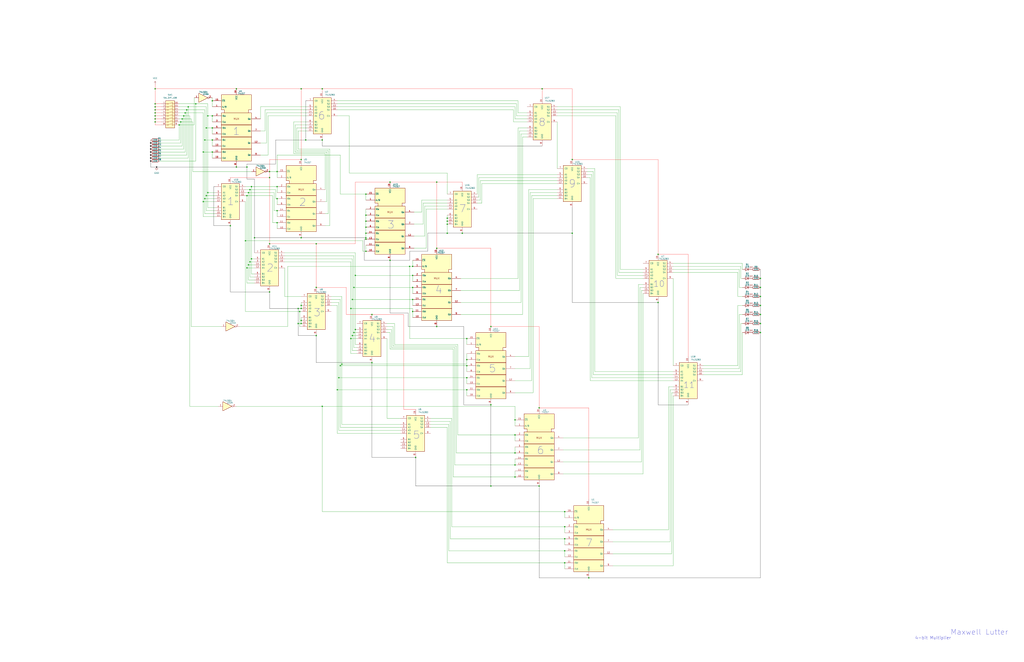
<source format=kicad_sch>
(kicad_sch (version 20231120) (generator "eeschema") (generator_version "8.0")
  (paper "D")
  (lib_symbols
    (symbol "74xx:74LS04"
      (property "Reference" "U" (at 0 1.27 0))
      (property "Value" "74LS04" (at 0 -1.27 0))
      (symbol "74LS04_1_0"
        (pin input line (at -7.62 0 0) (length 3.81) (name "~") (number "1"))
        (pin output inverted (at 7.62 0 180) (length 3.81) (name "~") (number "2"))
      )
      (symbol "74LS04_2_0"
        (pin input line (at -7.62 0 0) (length 3.81) (name "~") (number "3"))
        (pin output inverted (at 7.62 0 180) (length 3.81) (name "~") (number "4"))
      )
      (symbol "74LS04_3_0"
        (pin input line (at -7.62 0 0) (length 3.81) (name "~") (number "5"))
        (pin output inverted (at 7.62 0 180) (length 3.81) (name "~") (number "6"))
      )
      (symbol "74LS04_4_0"
        (pin output inverted (at 7.62 0 180) (length 3.81) (name "~") (number "8"))
        (pin input line (at -7.62 0 0) (length 3.81) (name "~") (number "9"))
      )
      (symbol "74LS04_5_0"
        (pin output inverted (at 7.62 0 180) (length 3.81) (name "~") (number "10"))
        (pin input line (at -7.62 0 0) (length 3.81) (name "~") (number "11"))
      )
      (symbol "74LS04_6_0"
        (pin output inverted (at 7.62 0 180) (length 3.81) (name "~") (number "12"))
        (pin input line (at -7.62 0 0) (length 3.81) (name "~") (number "13"))
      )
      (symbol "74LS04_7_0"
        (pin power_in line (at 0 12.7 270) (length 5.08) (name "VCC") (number "14"))
        (pin power_in line (at 0 -12.7 90) (length 5.08) (name "GND") (number "7"))
      )
    )
    (symbol "74xx:74LS283" (pin_names (offset 1.016))
      (property "Reference" "U" (at -7.62 16.51 0))
      (property "Value" "74LS283" (at -7.62 -16.51 0))
      (symbol "74LS283_1_0"
        (pin output line (at 12.7 10.16 180) (length 5.08) (name "S2") (number "1"))
        (pin output line (at 12.7 5.08 180) (length 5.08) (name "S4") (number "10"))
        (pin input line (at -12.7 -12.7 0) (length 5.08) (name "B4") (number "11"))
        (pin input line (at -12.7 0 0) (length 5.08) (name "A4") (number "12"))
        (pin output line (at 12.7 7.62 180) (length 5.08) (name "S3") (number "13"))
        (pin input line (at -12.7 2.54 0) (length 5.08) (name "A3") (number "14"))
        (pin input line (at -12.7 -10.16 0) (length 5.08) (name "B3") (number "15"))
        (pin power_in line (at 0 20.32 270) (length 5.08) (name "VCC") (number "16"))
        (pin input line (at -12.7 -7.62 0) (length 5.08) (name "B2") (number "2"))
        (pin input line (at -12.7 5.08 0) (length 5.08) (name "A2") (number "3"))
        (pin output line (at 12.7 12.7 180) (length 5.08) (name "S1") (number "4"))
        (pin input line (at -12.7 7.62 0) (length 5.08) (name "A1") (number "5"))
        (pin input line (at -12.7 -5.08 0) (length 5.08) (name "B1") (number "6"))
        (pin input line (at -12.7 12.7 0) (length 5.08) (name "C0") (number "7"))
        (pin power_in line (at 0 -20.32 90) (length 5.08) (name "GND") (number "8"))
        (pin output line (at 12.7 0 180) (length 5.08) (name "C4") (number "9"))
      )
    )
    (symbol "74xx_IEEE:74157"
      (property "Reference" "U" (at 15.24 20.32 0))
      (property "Value" "74157" (at 12.7 -33.02 0))
      (symbol "74157_0_0"
        (text "MUX" (at 0 5.08 0) (effects (font (size 1.524 1.524))))
        (pin power_in line (at 0 30.48 270) (length 5.08) (name "VCC") (number "16"))
        (pin power_in line (at 0 -35.56 90) (length 5.08) (name "GND") (number "8"))
      )
      (symbol "74157_1_1"
        (pin input line (at -20.32 15.24 0) (length 7.62) (name "A/B") (number "1"))
        (pin input line (at -20.32 -27.94 0) (length 7.62) (name "I1d") (number "10"))
        (pin input line (at -20.32 -22.86 0) (length 7.62) (name "I0d") (number "11"))
        (pin output line (at 20.32 -15.24 180) (length 7.62) (name "Qc") (number "12"))
        (pin input line (at -20.32 -17.78 0) (length 7.62) (name "I1c") (number "13"))
        (pin input line (at -20.32 -12.7 0) (length 7.62) (name "I0c") (number "14"))
        (pin input line (at -20.32 20.32 0) (length 7.62) (name "~{EN}") (number "15"))
        (pin input line (at -20.32 7.62 0) (length 7.62) (name "I0a") (number "2"))
        (pin input line (at -20.32 2.54 0) (length 7.62) (name "I1a") (number "3"))
        (pin output line (at 20.32 5.08 180) (length 7.62) (name "Qa") (number "4"))
        (pin input line (at -20.32 -2.54 0) (length 7.62) (name "I0b") (number "5"))
        (pin input line (at -20.32 -7.62 0) (length 7.62) (name "I1b") (number "6"))
        (pin output line (at 20.32 -5.08 180) (length 7.62) (name "Qb") (number "7"))
        (pin output line (at 20.32 -25.4 180) (length 7.62) (name "Qd") (number "9"))
      )
    )
    (symbol "Device:LED" (pin_numbers hide) (pin_names (offset 1.016) hide)
      (property "Reference" "D" (at 0 2.54 0))
      (property "Value" "LED" (at 0 -2.54 0))
      (symbol "LED_1_1"
        (pin passive line (at -3.81 0 0) (length 2.54) (name "K") (number "1"))
        (pin passive line (at 3.81 0 180) (length 2.54) (name "A") (number "2"))
      )
    )
    (symbol "Device:R" (pin_numbers hide) (pin_names (offset 0))
      (property "Reference" "R" (at 2.032 0 90))
      (property "Value" "R" (at 0 0 90))
      (symbol "R_1_1"
        (pin passive line (at 0 3.81 270) (length 1.27) (name "~") (number "1"))
        (pin passive line (at 0 -3.81 90) (length 1.27) (name "~") (number "2"))
      )
    )
    (symbol "Switch:SW_DIP_x08" (pin_names (offset 0) hide)
      (property "Reference" "SW" (at 0 13.97 0))
      (property "Value" "SW_DIP_x08" (at 0 -11.43 0))
      (symbol "SW_DIP_x08_1_1"
        (pin passive line (at -7.62 10.16 0) (length 5.08) (name "~") (number "1"))
        (pin passive line (at 7.62 -5.08 180) (length 5.08) (name "~") (number "10"))
        (pin passive line (at 7.62 -2.54 180) (length 5.08) (name "~") (number "11"))
        (pin passive line (at 7.62 0 180) (length 5.08) (name "~") (number "12"))
        (pin passive line (at 7.62 2.54 180) (length 5.08) (name "~") (number "13"))
        (pin passive line (at 7.62 5.08 180) (length 5.08) (name "~") (number "14"))
        (pin passive line (at 7.62 7.62 180) (length 5.08) (name "~") (number "15"))
        (pin passive line (at 7.62 10.16 180) (length 5.08) (name "~") (number "16"))
        (pin passive line (at -7.62 7.62 0) (length 5.08) (name "~") (number "2"))
        (pin passive line (at -7.62 5.08 0) (length 5.08) (name "~") (number "3"))
        (pin passive line (at -7.62 2.54 0) (length 5.08) (name "~") (number "4"))
        (pin passive line (at -7.62 0 0) (length 5.08) (name "~") (number "5"))
        (pin passive line (at -7.62 -2.54 0) (length 5.08) (name "~") (number "6"))
        (pin passive line (at -7.62 -5.08 0) (length 5.08) (name "~") (number "7"))
        (pin passive line (at -7.62 -7.62 0) (length 5.08) (name "~") (number "8"))
        (pin passive line (at 7.62 -7.62 180) (length 5.08) (name "~") (number "9"))
      )
    )
    (symbol "power:GND" (power) (pin_numbers hide) (pin_names (offset 0) hide)
      (property "Value" "GND" (at 0 -3.81 0))
      (symbol "GND_1_1"
        (pin power_in line (at 0 0 270) (length 0) (name "~") (number "1"))
      )
    )
    (symbol "power:VCC" (power) (pin_numbers hide) (pin_names (offset 0) hide)
      (property "Value" "VCC" (at 0 3.556 0))
      (symbol "VCC_1_1"
        (pin power_in line (at 0 0 90) (length 0) (name "~") (number "1"))
      )
    )
  )
  (junction (at 194.31 190.5))
  (junction (at 157.48 92.71))
  (junction (at 393.7 318.77))
  (junction (at 284.48 328.93))
  (junction (at 132.08 140.97) (color 0 0 0 1))
  (junction (at 210.82 160.02))
  (junction (at 641.35 234.95))
  (junction (at 233.68 187.96))
  (junction (at 257.81 118.11))
  (junction (at 271.78 74.93))
  (junction (at 165.1 87.63))
  (junction (at 308.61 163.83))
  (junction (at 308.61 196.85))
  (junction (at 151.13 105.41))
  (junction (at 127 128.27) (color 0 0 0 1))
  (junction (at 254 74.93))
  (junction (at 287.02 308.61))
  (junction (at 266.7 205.74))
  (junction (at 434.34 382.27))
  (junction (at 158.75 90.17))
  (junction (at 308.61 186.69))
  (junction (at 298.45 242.57))
  (junction (at 212.09 157.48))
  (junction (at 227.33 205.74))
  (junction (at 368.3 275.59))
  (junction (at 313.69 306.07))
  (junction (at 299.72 232.41))
  (junction (at 233.68 157.48))
  (junction (at 156.21 95.25))
  (junction (at 212.09 218.44))
  (junction (at 454.66 410.21))
  (junction (at 313.69 265.43))
  (junction (at 377.19 186.69))
  (junction (at 641.35 280.67))
  (junction (at 172.72 118.11))
  (junction (at 347.98 232.41))
  (junction (at 641.35 250.19))
  (junction (at 130.81 95.25))
  (junction (at 254 260.35))
  (junction (at 179.07 97.79))
  (junction (at 254 273.05))
  (junction (at 233.68 177.8))
  (junction (at 454.66 344.17))
  (junction (at 175.26 162.56))
  (junction (at 127 123.19) (color 0 0 0 1))
  (junction (at 434.34 367.03))
  (junction (at 271.78 118.11))
  (junction (at 271.78 342.9))
  (junction (at 641.35 265.43))
  (junction (at 297.18 252.73))
  (junction (at 154.94 97.79))
  (junction (at 377.19 196.85))
  (junction (at 127 120.65) (color 0 0 0 1))
  (junction (at 308.61 200.66))
  (junction (at 171.45 128.27))
  (junction (at 347.98 224.79))
  (junction (at 414.02 275.59))
  (junction (at 127 133.35) (color 0 0 0 1))
  (junction (at 227.33 149.86))
  (junction (at 127 125.73) (color 0 0 0 1))
  (junction (at 179.07 85.09))
  (junction (at 233.68 167.64))
  (junction (at 641.35 242.57))
  (junction (at 295.91 260.35))
  (junction (at 288.29 307.34))
  (junction (at 209.55 223.52))
  (junction (at 347.98 242.57))
  (junction (at 266.7 283.21))
  (junction (at 173.99 165.1))
  (junction (at 308.61 201.93))
  (junction (at 254 270.51))
  (junction (at 208.28 140.97))
  (junction (at 308.61 181.61))
  (junction (at 299.72 278.13))
  (junction (at 393.7 285.75))
  (junction (at 297.18 283.21))
  (junction (at 130.81 102.87))
  (junction (at 179.07 128.27))
  (junction (at 179.07 107.95))
  (junction (at 457.2 74.93))
  (junction (at 153.67 100.33))
  (junction (at 476.25 474.98))
  (junction (at 295.91 285.75))
  (junction (at 434.34 392.43))
  (junction (at 347.98 252.73))
  (junction (at 298.45 280.67))
  (junction (at 127 135.89) (color 0 0 0 1))
  (junction (at 130.81 87.63))
  (junction (at 476.25 444.5))
  (junction (at 254 200.66))
  (junction (at 476.25 454.66))
  (junction (at 496.57 487.68))
  (junction (at 251.46 260.35))
  (junction (at 482.6 134.62))
  (junction (at 389.89 196.85))
  (junction (at 285.75 318.77))
  (junction (at 130.81 74.93))
  (junction (at 393.7 308.61))
  (junction (at 641.35 273.05))
  (junction (at 233.68 144.78))
  (junction (at 347.98 262.89))
  (junction (at 328.93 219.71))
  (junction (at 641.35 257.81))
  (junction (at 377.19 189.23))
  (junction (at 251.46 273.05))
  (junction (at 254 134.62))
  (junction (at 393.7 303.53))
  (junction (at 377.19 184.15))
  (junction (at 172.72 167.64))
  (junction (at 476.25 464.82))
  (junction (at 214.63 200.66))
  (junction (at 130.81 97.79))
  (junction (at 368.3 209.55))
  (junction (at 554.99 255.27))
  (junction (at 308.61 191.77))
  (junction (at 266.7 242.57))
  (junction (at 175.26 97.79))
  (junction (at 210.82 220.98))
  (junction (at 482.6 196.85))
  (junction (at 199.39 140.97))
  (junction (at 207.01 203.2))
  (junction (at 476.25 431.8))
  (junction (at 130.81 90.17))
  (junction (at 434.34 402.59))
  (junction (at 130.81 100.33))
  (junction (at 345.44 224.79))
  (junction (at 414.02 341.63))
  (junction (at 254 257.81))
  (junction (at 130.81 92.71))
  (junction (at 328.93 153.67))
  (junction (at 554.99 214.63))
  (junction (at 173.99 107.95))
  (junction (at 199.39 74.93))
  (junction (at 171.45 170.18))
  (junction (at 209.55 162.56))
  (junction (at 368.3 153.67))
  (junction (at 350.52 386.08))
  (junction (at 434.34 354.33))
  (junction (at 308.61 212.09))
  (junction (at 227.33 144.78))
  (junction (at 208.28 226.06))
  (junction (at 393.7 328.93))
  (junction (at 252.73 262.89))
  (junction (at 414.02 410.21))
  (junction (at 127 130.81) (color 0 0 0 1))
  (junction (at 227.33 246.38))
  (junction (at 152.4 102.87))
  (junction (at 179.07 118.11))
  (junction (at 208.28 165.1))
  (wire (pts (xy 435.61 87.63) (xy 435.61 97.79)))
  (wire (pts (xy 151.13 90.17) (xy 158.75 90.17)))
  (wire (pts (xy 388.62 234.95) (xy 436.88 234.95)))
  (wire (pts (xy 391.16 275.59) (xy 391.16 341.63)) (stroke (width 0) (color 0 0 0 1)))
  (wire (pts (xy 179.07 82.55) (xy 179.07 85.09)))
  (wire (pts (xy 326.39 278.13) (xy 330.2 278.13)))
  (wire (pts (xy 641.35 280.67) (xy 641.35 273.05)) (stroke (width 0) (color 0 0 0 1)))
  (wire (pts (xy 439.42 255.27) (xy 439.42 113.03)))
  (wire (pts (xy 299.72 213.36) (xy 240.03 213.36)))
  (wire (pts (xy 210.82 233.68) (xy 214.63 233.68)))
  (wire (pts (xy 330.2 293.37) (xy 383.54 293.37)))
  (wire (pts (xy 414.02 275.59) (xy 454.66 275.59)) (stroke (width 0) (color 255 0 0 1)))
  (wire (pts (xy 496.57 487.68) (xy 641.35 487.68)) (stroke (width 0) (color 0 0 0 1)))
  (wire (pts (xy 233.68 157.48) (xy 233.68 162.56)))
  (wire (pts (xy 194.31 149.86) (xy 227.33 149.86)) (stroke (width 0) (color 255 0 0 1)))
  (wire (pts (xy 523.24 90.17) (xy 469.9 90.17)))
  (wire (pts (xy 454.66 410.21) (xy 454.66 487.68)) (stroke (width 0) (color 0 0 0 1)))
  (wire (pts (xy 402.59 166.37) (xy 403.86 166.37)))
  (wire (pts (xy 457.2 74.93) (xy 482.6 74.93)) (stroke (width 0) (color 255 0 0 1)))
  (wire (pts (xy 171.45 170.18) (xy 171.45 182.88)))
  (wire (pts (xy 328.93 219.71) (xy 307.34 219.71)) (stroke (width 0) (color 0 0 0 1)))
  (wire (pts (xy 350.52 410.21) (xy 350.52 386.08)) (stroke (width 0) (color 0 0 0 1)))
  (wire (pts (xy 257.81 118.11) (xy 271.78 118.11)) (stroke (width 0) (color 0 0 0 1)))
  (wire (pts (xy 438.15 110.49) (xy 438.15 245.11)))
  (wire (pts (xy 160.02 342.9) (xy 160.02 97.79)))
  (wire (pts (xy 165.1 87.63) (xy 175.26 87.63)))
  (wire (pts (xy 210.82 160.02) (xy 210.82 220.98)))
  (wire (pts (xy 454.66 275.59) (xy 454.66 344.17)) (stroke (width 0) (color 255 0 0 1)))
  (wire (pts (xy 377.19 181.61) (xy 377.19 184.15)))
  (wire (pts (xy 130.81 102.87) (xy 130.81 105.41)) (stroke (width 0) (color 255 0 0 1)))
  (wire (pts (xy 254 134.62) (xy 227.33 134.62)) (stroke (width 0) (color 255 0 0 1)))
  (wire (pts (xy 476.25 474.98) (xy 377.19 474.98)))
  (wire (pts (xy 308.61 181.61) (xy 308.61 186.69)))
  (wire (pts (xy 151.13 100.33) (xy 153.67 100.33)))
  (wire (pts (xy 233.68 187.96) (xy 233.68 193.04)))
  (wire (pts (xy 212.09 157.48) (xy 233.68 157.48)))
  (wire (pts (xy 209.55 162.56) (xy 209.55 223.52)))
  (wire (pts (xy 274.32 170.18) (xy 275.59 170.18)))
  (wire (pts (xy 378.46 358.14) (xy 378.46 464.82)))
  (wire (pts (xy 208.28 226.06) (xy 208.28 238.76)))
  (wire (pts (xy 377.19 184.15) (xy 377.19 186.69)))
  (wire (pts (xy 251.46 260.35) (xy 227.33 260.35)) (stroke (width 0) (color 0 0 0 1)))
  (wire (pts (xy 393.7 328.93) (xy 393.7 334.01)))
  (wire (pts (xy 175.26 162.56) (xy 181.61 162.56)))
  (wire (pts (xy 171.45 170.18) (xy 181.61 170.18)))
  (wire (pts (xy 175.26 97.79) (xy 179.07 97.79)))
  (wire (pts (xy 152.4 120.65) (xy 134.62 120.65)))
  (wire (pts (xy 208.28 140.97) (xy 199.39 140.97)) (stroke (width 0) (color 0 0 0 1)))
  (wire (pts (xy 284.48 328.93) (xy 393.7 328.93)))
  (wire (pts (xy 207.01 262.89) (xy 252.73 262.89)))
  (wire (pts (xy 641.35 234.95) (xy 641.35 227.33)) (stroke (width 0) (color 0 0 0 1)))
  (wire (pts (xy 175.26 97.79) (xy 175.26 162.56)))
  (wire (pts (xy 266.7 283.21) (xy 251.46 283.21)) (stroke (width 0) (color 0 0 0 1)))
  (wire (pts (xy 567.69 222.25) (xy 626.11 222.25)))
  (wire (pts (xy 469.9 152.4) (xy 405.13 152.4)))
  (wire (pts (xy 259.08 107.95) (xy 250.19 107.95)))
  (wire (pts (xy 284.48 87.63) (xy 435.61 87.63)))
  (wire (pts (xy 542.29 227.33) (xy 523.24 227.33)))
  (wire (pts (xy 275.59 128.27) (xy 248.92 128.27)))
  (wire (pts (xy 231.14 177.8) (xy 233.68 177.8)))
  (wire (pts (xy 377.19 189.23) (xy 377.19 196.85)))
  (wire (pts (xy 542.29 240.03) (xy 538.48 240.03)))
  (wire (pts (xy 194.31 246.38) (xy 227.33 246.38)) (stroke (width 0) (color 0 0 0 1)))
  (wire (pts (xy 175.26 175.26) (xy 181.61 175.26)))
  (wire (pts (xy 308.61 196.85) (xy 308.61 200.66)))
  (wire (pts (xy 180.34 190.5) (xy 194.31 190.5)) (stroke (width 0) (color 0 0 0 1)))
  (wire (pts (xy 328.93 294.64) (xy 328.93 280.67)))
  (wire (pts (xy 252.73 275.59) (xy 254 275.59)))
  (wire (pts (xy 295.91 285.75) (xy 295.91 298.45)))
  (wire (pts (xy 624.84 273.05) (xy 626.11 273.05)))
  (wire (pts (xy 233.68 144.78) (xy 233.68 149.86)))
  (wire (pts (xy 402.59 171.45) (xy 406.4 171.45)))
  (wire (pts (xy 154.94 97.79) (xy 151.13 97.79)))
  (wire (pts (xy 224.79 120.65) (xy 224.79 95.25)))
  (wire (pts (xy 151.13 118.11) (xy 134.62 118.11)))
  (wire (pts (xy 252.73 262.89) (xy 254 262.89)))
  (wire (pts (xy 232.41 138.43) (xy 232.41 118.11)) (stroke (width 0) (color 0 0 0 1)))
  (wire (pts (xy 295.91 260.35) (xy 295.91 285.75)))
  (wire (pts (xy 285.75 255.27) (xy 279.4 255.27)))
  (wire (pts (xy 521.97 92.71) (xy 469.9 92.71)))
  (wire (pts (xy 130.81 92.71) (xy 130.81 95.25)) (stroke (width 0) (color 255 0 0 1)))
  (wire (pts (xy 347.98 219.71) (xy 347.98 224.79)))
  (wire (pts (xy 299.72 205.74) (xy 299.72 153.67)) (stroke (width 0) (color 255 0 0 1)))
  (wire (pts (xy 209.55 162.56) (xy 231.14 162.56)))
  (wire (pts (xy 567.69 326.39) (xy 563.88 326.39)))
  (wire (pts (xy 287.02 163.83) (xy 308.61 163.83)))
  (wire (pts (xy 306.07 212.09) (xy 308.61 212.09)))
  (wire (pts (xy 393.7 303.53) (xy 393.7 307.34)))
  (wire (pts (xy 284.48 365.76) (xy 337.82 365.76)))
  (wire (pts (xy 405.13 168.91) (xy 402.59 168.91)))
  (wire (pts (xy 130.81 92.71) (xy 135.89 92.71)) (stroke (width 0) (color 255 0 0 1)))
  (wire (pts (xy 436.88 85.09) (xy 436.88 95.25)))
  (wire (pts (xy 345.44 212.09) (xy 360.68 212.09)) (stroke (width 0) (color 0 0 0 1)))
  (wire (pts (xy 554.99 341.63) (xy 580.39 341.63)) (stroke (width 0) (color 0 0 0 1)))
  (wire (pts (xy 242.57 224.79) (xy 345.44 224.79)))
  (wire (pts (xy 623.57 265.43) (xy 623.57 311.15)))
  (wire (pts (xy 130.81 74.93) (xy 130.81 71.12)) (stroke (width 0) (color 255 0 0 1)))
  (wire (pts (xy 623.57 311.15) (xy 593.09 311.15)))
  (wire (pts (xy 414.02 410.21) (xy 350.52 410.21)) (stroke (width 0) (color 0 0 0 1)))
  (wire (pts (xy 151.13 95.25) (xy 156.21 95.25)))
  (wire (pts (xy 358.14 199.39) (xy 358.14 173.99)))
  (wire (pts (xy 340.36 265.43) (xy 340.36 345.44)) (stroke (width 0) (color 255 0 0 1)))
  (wire (pts (xy 308.61 191.77) (xy 308.61 196.85)))
  (wire (pts (xy 134.62 133.35) (xy 158.75 133.35)))
  (wire (pts (xy 251.46 273.05) (xy 251.46 260.35)) (stroke (width 0) (color 0 0 0 1)))
  (wire (pts (xy 171.45 128.27) (xy 171.45 170.18)))
  (wire (pts (xy 299.72 232.41) (xy 299.72 213.36)))
  (wire (pts (xy 434.34 300.99) (xy 445.77 300.99)))
  (wire (pts (xy 251.46 125.73) (xy 251.46 110.49)))
  (wire (pts (xy 271.78 431.8) (xy 271.78 342.9)))
  (wire (pts (xy 209.55 223.52) (xy 214.63 223.52)))
  (wire (pts (xy 127 123.19) (xy 127 125.73)) (stroke (width 0) (color 0 0 0 1)))
  (wire (pts (xy 287.02 130.81) (xy 287.02 163.83)))
  (wire (pts (xy 300.99 283.21) (xy 297.18 283.21)))
  (wire (pts (xy 434.34 354.33) (xy 434.34 359.41)))
  (wire (pts (xy 207.01 203.2) (xy 207.01 262.89)))
  (wire (pts (xy 542.29 400.05) (xy 474.98 400.05)))
  (wire (pts (xy 448.31 165.1) (xy 469.9 165.1)))
  (wire (pts (xy 212.09 231.14) (xy 214.63 231.14)))
  (wire (pts (xy 368.3 275.59) (xy 391.16 275.59)) (stroke (width 0) (color 0 0 0 1)))
  (wire (pts (xy 313.69 386.08) (xy 313.69 306.07)) (stroke (width 0) (color 0 0 0 1)))
  (wire (pts (xy 299.72 278.13) (xy 299.72 232.41)))
  (wire (pts (xy 386.08 290.83) (xy 386.08 367.03)))
  (wire (pts (xy 542.29 229.87) (xy 521.97 229.87)))
  (wire (pts (xy 439.42 113.03) (xy 444.5 113.03)))
  (wire (pts (xy 194.31 190.5) (xy 194.31 246.38)) (stroke (width 0) (color 0 0 0 1)))
  (wire (pts (xy 127 135.89) (xy 127 140.97)) (stroke (width 0) (color 0 0 0 1)))
  (wire (pts (xy 444.5 100.33) (xy 434.34 100.33)))
  (wire (pts (xy 368.3 153.67) (xy 368.3 209.55)) (stroke (width 0) (color 255 0 0 1)))
  (wire (pts (xy 210.82 160.02) (xy 232.41 160.02)))
  (wire (pts (xy 388.62 255.27) (xy 439.42 255.27)))
  (wire (pts (xy 538.48 240.03) (xy 538.48 369.57)))
  (wire (pts (xy 175.26 87.63) (xy 175.26 97.79)))
  (wire (pts (xy 358.14 173.99) (xy 377.19 173.99)))
  (wire (pts (xy 308.61 200.66) (xy 308.61 201.93)))
  (wire (pts (xy 172.72 118.11) (xy 172.72 167.64)))
  (wire (pts (xy 434.34 321.31) (xy 448.31 321.31)))
  (wire (pts (xy 449.58 331.47) (xy 434.34 331.47)))
  (wire (pts (xy 266.7 242.57) (xy 292.1 242.57)) (stroke (width 0) (color 255 0 0 1)))
  (wire (pts (xy 476.25 431.8) (xy 271.78 431.8)))
  (wire (pts (xy 214.63 200.66) (xy 254 200.66)) (stroke (width 0) (color 0 0 0 1)))
  (wire (pts (xy 171.45 182.88) (xy 181.61 182.88)))
  (wire (pts (xy 214.63 226.06) (xy 208.28 226.06)))
  (wire (pts (xy 207.01 160.02) (xy 210.82 160.02)))
  (wire (pts (xy 482.6 255.27) (xy 554.99 255.27)) (stroke (width 0) (color 0 0 0 1)))
  (wire (pts (xy 208.28 138.43) (xy 232.41 138.43)) (stroke (width 0) (color 0 0 0 1)))
  (wire (pts (xy 130.81 87.63) (xy 130.81 74.93)) (stroke (width 0) (color 255 0 0 1)))
  (wire (pts (xy 359.41 209.55) (xy 359.41 176.53)))
  (wire (pts (xy 641.35 257.81) (xy 641.35 250.19)) (stroke (width 0) (color 0 0 0 1)))
  (wire (pts (xy 251.46 283.21) (xy 251.46 273.05)) (stroke (width 0) (color 0 0 0 1)))
  (wire (pts (xy 271.78 123.19) (xy 457.2 123.19)) (stroke (width 0) (color 0 0 0 1)))
  (wire (pts (xy 359.41 176.53) (xy 377.19 176.53)))
  (wire (pts (xy 227.33 144.78) (xy 227.33 149.86)) (stroke (width 0) (color 255 0 0 1)))
  (wire (pts (xy 542.29 245.11) (xy 541.02 245.11)))
  (wire (pts (xy 240.03 215.9) (xy 298.45 215.9)))
  (wire (pts (xy 445.77 160.02) (xy 469.9 160.02)))
  (wire (pts (xy 434.34 382.27) (xy 384.81 382.27)))
  (wire (pts (xy 436.88 107.95) (xy 444.5 107.95)))
  (wire (pts (xy 298.45 215.9) (xy 298.45 242.57)))
  (wire (pts (xy 580.39 214.63) (xy 580.39 300.99)) (stroke (width 0) (color 255 0 0 1)))
  (wire (pts (xy 448.31 321.31) (xy 448.31 165.1)))
  (wire (pts (xy 308.61 176.53) (xy 308.61 181.61)))
  (wire (pts (xy 214.63 213.36) (xy 214.63 200.66)) (stroke (width 0) (color 0 0 0 1)))
  (wire (pts (xy 482.6 74.93) (xy 482.6 134.62)) (stroke (width 0) (color 255 0 0 1)))
  (wire (pts (xy 276.86 127) (xy 276.86 180.34)))
  (wire (pts (xy 476.25 436.88) (xy 476.25 431.8)))
  (wire (pts (xy 298.45 280.67) (xy 298.45 293.37)))
  (wire (pts (xy 172.72 92.71) (xy 172.72 118.11)))
  (wire (pts (xy 641.35 265.43) (xy 641.35 257.81)) (stroke (width 0) (color 0 0 0 1)))
  (wire (pts (xy 292.1 242.57) (xy 292.1 265.43)) (stroke (width 0) (color 255 0 0 1)))
  (wire (pts (xy 257.81 85.09) (xy 257.81 118.11)) (stroke (width 0) (color 0 0 0 1)))
  (wire (pts (xy 331.47 275.59) (xy 326.39 275.59)))
  (wire (pts (xy 297.18 252.73) (xy 347.98 252.73)))
  (wire (pts (xy 295.91 298.45) (xy 300.99 298.45)))
  (wire (pts (xy 209.55 223.52) (xy 209.55 236.22)))
  (wire (pts (xy 210.82 220.98) (xy 210.82 233.68)))
  (wire (pts (xy 454.66 344.17) (xy 496.57 344.17)) (stroke (width 0) (color 255 0 0 1)))
  (wire (pts (xy 134.62 125.73) (xy 154.94 125.73)))
  (wire (pts (xy 233.68 167.64) (xy 233.68 172.72)))
  (wire (pts (xy 563.88 326.39) (xy 563.88 447.04)))
  (wire (pts (xy 227.33 260.35) (xy 227.33 246.38)) (stroke (width 0) (color 0 0 0 1)))
  (wire (pts (xy 152.4 102.87) (xy 152.4 120.65)))
  (wire (pts (xy 519.43 97.79) (xy 519.43 234.95)))
  (wire (pts (xy 288.29 358.14) (xy 337.82 358.14)))
  (wire (pts (xy 496.57 344.17) (xy 496.57 421.64)) (stroke (width 0) (color 255 0 0 1)))
  (wire (pts (xy 161.29 275.59) (xy 161.29 100.33)))
  (wire (pts (xy 347.98 232.41) (xy 347.98 237.49)))
  (wire (pts (xy 179.07 97.79) (xy 179.07 102.87)))
  (wire (pts (xy 622.3 229.87) (xy 622.3 250.19)))
  (wire (pts (xy 224.79 95.25) (xy 259.08 95.25)))
  (wire (pts (xy 165.1 87.63) (xy 165.1 135.89)))
  (wire (pts (xy 208.28 151.13) (xy 208.28 140.97)) (stroke (width 0) (color 0 0 0 1)))
  (wire (pts (xy 161.29 275.59) (xy 186.69 275.59)))
  (wire (pts (xy 378.46 464.82) (xy 476.25 464.82)))
  (wire (pts (xy 626.11 222.25) (xy 626.11 227.33)))
  (wire (pts (xy 254 270.51) (xy 254 273.05)))
  (wire (pts (xy 624.84 224.79) (xy 624.84 234.95)))
  (wire (pts (xy 356.87 171.45) (xy 356.87 189.23)))
  (wire (pts (xy 275.59 170.18) (xy 275.59 128.27)))
  (wire (pts (xy 284.48 257.81) (xy 284.48 328.93)))
  (wire (pts (xy 240.03 220.98) (xy 295.91 220.98)))
  (wire (pts (xy 623.57 227.33) (xy 567.69 227.33)))
  (wire (pts (xy 160.02 97.79) (xy 154.94 97.79)))
  (wire (pts (xy 295.91 220.98) (xy 295.91 260.35)))
  (wire (pts (xy 567.69 234.95) (xy 567.69 308.61)))
  (wire (pts (xy 306.07 203.2) (xy 306.07 212.09)))
  (wire (pts (xy 377.19 196.85) (xy 389.89 196.85)) (stroke (width 0) (color 0 0 0 1)))
  (wire (pts (xy 232.41 167.64) (xy 233.68 167.64)))
  (wire (pts (xy 313.69 265.43) (xy 340.36 265.43)) (stroke (width 0) (color 255 0 0 1)))
  (wire (pts (xy 156.21 95.25) (xy 156.21 128.27)))
  (wire (pts (xy 285.75 318.77) (xy 285.75 255.27)))
  (wire (pts (xy 520.7 95.25) (xy 469.9 95.25)))
  (wire (pts (xy 440.69 265.43) (xy 388.62 265.43)))
  (wire (pts (xy 127 120.65) (xy 127 123.19)) (stroke (width 0) (color 0 0 0 1)))
  (wire (pts (xy 386.08 367.03) (xy 434.34 367.03)))
  (wire (pts (xy 641.35 273.05) (xy 641.35 265.43)) (stroke (width 0) (color 0 0 0 1)))
  (wire (pts (xy 207.01 162.56) (xy 209.55 162.56)))
  (wire (pts (xy 345.44 285.75) (xy 393.7 285.75)))
  (wire (pts (xy 434.34 387.35) (xy 434.34 392.43)))
  (wire (pts (xy 254 267.97) (xy 254 270.51)))
  (wire (pts (xy 284.48 92.71) (xy 433.07 92.71)))
  (wire (pts (xy 207.01 165.1) (xy 208.28 165.1)))
  (wire (pts (xy 622.3 308.61) (xy 622.3 257.81)))
  (wire (pts (xy 248.92 128.27) (xy 248.92 105.41)))
  (wire (pts (xy 403.86 166.37) (xy 403.86 149.86)))
  (wire (pts (xy 157.48 130.81) (xy 157.48 92.71)))
  (wire (pts (xy 299.72 153.67) (xy 328.93 153.67)) (stroke (width 0) (color 255 0 0 1)))
  (wire (pts (xy 554.99 134.62) (xy 554.99 214.63)) (stroke (width 0) (color 255 0 0 1)))
  (wire (pts (xy 332.74 290.83) (xy 386.08 290.83)))
  (wire (pts (xy 298.45 242.57) (xy 298.45 280.67)))
  (wire (pts (xy 130.81 87.63) (xy 130.81 90.17)) (stroke (width 0) (color 255 0 0 1)))
  (wire (pts (xy 233.68 177.8) (xy 233.68 182.88)))
  (wire (pts (xy 207.01 203.2) (xy 306.07 203.2)))
  (wire (pts (xy 347.98 242.57) (xy 347.98 247.65)))
  (wire (pts (xy 469.9 167.64) (xy 449.58 167.64)))
  (wire (pts (xy 157.48 92.71) (xy 172.72 92.71)))
  (wire (pts (xy 406.4 171.45) (xy 406.4 154.94)))
  (wire (pts (xy 257.81 118.11) (xy 232.41 118.11)) (stroke (width 0) (color 0 0 0 1)))
  (wire (pts (xy 172.72 167.64) (xy 172.72 180.34)))
  (wire (pts (xy 447.04 162.56) (xy 447.04 311.15)))
  (wire (pts (xy 344.17 275.59) (xy 368.3 275.59)) (stroke (width 0) (color 0 0 0 1)))
  (wire (pts (xy 165.1 135.89) (xy 134.62 135.89)))
  (wire (pts (xy 251.46 273.05) (xy 254 273.05)))
  (wire (pts (xy 287.02 308.61) (xy 287.02 360.68)))
  (wire (pts (xy 308.61 207.01) (xy 308.61 212.09)))
  (wire (pts (xy 156.21 128.27) (xy 134.62 128.27)))
  (wire (pts (xy 476.25 454.66) (xy 476.25 459.74)))
  (wire (pts (xy 436.88 234.95) (xy 436.88 107.95)))
  (wire (pts (xy 297.18 252.73) (xy 297.18 218.44)))
  (wire (pts (xy 393.7 285.75) (xy 393.7 290.83)))
  (wire (pts (xy 566.42 331.47) (xy 566.42 467.36)))
  (wire (pts (xy 567.69 229.87) (xy 622.3 229.87)))
  (wire (pts (xy 363.22 353.06) (xy 381 353.06)))
  (wire (pts (xy 173.99 90.17) (xy 173.99 107.95)))
  (wire (pts (xy 476.25 444.5) (xy 476.25 449.58)))
  (wire (pts (xy 328.93 219.71) (xy 345.44 219.71)) (stroke (width 0) (color 0 0 0 1)))
  (wire (pts (xy 233.68 144.78) (xy 233.68 130.81)))
  (wire (pts (xy 474.98 379.73) (xy 539.75 379.73)))
  (wire (pts (xy 328.93 280.67) (xy 326.39 280.67)))
  (wire (pts (xy 266.7 306.07) (xy 266.7 283.21)) (stroke (width 0) (color 0 0 0 1)))
  (wire (pts (xy 382.27 402.59) (xy 382.27 294.64)))
  (wire (pts (xy 328.93 264.16) (xy 344.17 264.16)) (stroke (width 0) (color 0 0 0 1)))
  (wire (pts (xy 214.63 218.44) (xy 212.09 218.44)))
  (wire (pts (xy 542.29 232.41) (xy 520.7 232.41)))
  (wire (pts (xy 539.75 379.73) (xy 539.75 242.57)))
  (wire (pts (xy 266.7 205.74) (xy 266.7 242.57)) (stroke (width 0) (color 255 0 0 1)))
  (wire (pts (xy 219.71 110.49) (xy 223.52 110.49)))
  (wire (pts (xy 454.66 487.68) (xy 496.57 487.68)) (stroke (width 0) (color 0 0 0 1)))
  (wire (pts (xy 179.07 85.09) (xy 179.07 90.17)))
  (wire (pts (xy 482.6 196.85) (xy 482.6 175.26)) (stroke (width 0) (color 0 0 0 1)))
  (wire (pts (xy 389.89 196.85) (xy 482.6 196.85)) (stroke (width 0) (color 0 0 0 1)))
  (wire (pts (xy 284.48 328.93) (xy 284.48 365.76)))
  (wire (pts (xy 593.09 308.61) (xy 622.3 308.61)))
  (wire (pts (xy 383.54 392.43) (xy 434.34 392.43)))
  (wire (pts (xy 151.13 92.71) (xy 157.48 92.71)))
  (wire (pts (xy 127 118.11) (xy 127 120.65)) (stroke (width 0) (color 0 0 0 1)))
  (wire (pts (xy 254 255.27) (xy 254 257.81)))
  (wire (pts (xy 355.6 168.91) (xy 377.19 168.91)))
  (wire (pts (xy 501.65 142.24) (xy 501.65 313.69)))
  (wire (pts (xy 152.4 102.87) (xy 162.56 102.87)))
  (wire (pts (xy 226.06 97.79) (xy 259.08 97.79)))
  (wire (pts (xy 360.68 196.85) (xy 377.19 196.85)) (stroke (width 0) (color 0 0 0 1)))
  (wire (pts (xy 219.71 130.81) (xy 226.06 130.81)))
  (wire (pts (xy 223.52 92.71) (xy 259.08 92.71)))
  (wire (pts (xy 130.81 105.41) (xy 135.89 105.41)) (stroke (width 0) (color 255 0 0 1)))
  (wire (pts (xy 287.02 308.61) (xy 393.7 308.61)))
  (wire (pts (xy 554.99 214.63) (xy 580.39 214.63)) (stroke (width 0) (color 255 0 0 1)))
  (wire (pts (xy 403.86 149.86) (xy 469.9 149.86)))
  (wire (pts (xy 307.34 201.93) (xy 307.34 219.71)) (stroke (width 0) (color 0 0 0 1)))
  (wire (pts (xy 328.93 219.71) (xy 328.93 264.16)) (stroke (width 0) (color 0 0 0 1)))
  (wire (pts (xy 274.32 180.34) (xy 276.86 180.34)))
  (wire (pts (xy 156.21 95.25) (xy 171.45 95.25)))
  (wire (pts (xy 130.81 95.25) (xy 130.81 97.79)) (stroke (width 0) (color 255 0 0 1)))
  (wire (pts (xy 173.99 165.1) (xy 181.61 165.1)))
  (wire (pts (xy 345.44 224.79) (xy 345.44 285.75)))
  (wire (pts (xy 377.19 360.68) (xy 363.22 360.68)))
  (wire (pts (xy 287.02 252.73) (xy 287.02 308.61)))
  (wire (pts (xy 541.02 245.11) (xy 541.02 389.89)))
  (wire (pts (xy 497.84 149.86) (xy 495.3 149.86)))
  (wire (pts (xy 250.19 127) (xy 276.86 127)))
  (wire (pts (xy 297.18 283.21) (xy 297.18 295.91)))
  (wire (pts (xy 212.09 157.48) (xy 212.09 218.44)))
  (wire (pts (xy 231.14 162.56) (xy 231.14 177.8)))
  (wire (pts (xy 300.99 278.13) (xy 299.72 278.13)))
  (wire (pts (xy 384.81 382.27) (xy 384.81 292.1)))
  (wire (pts (xy 377.19 171.45) (xy 356.87 171.45)))
  (wire (pts (xy 449.58 167.64) (xy 449.58 331.47)))
  (wire (pts (xy 344.17 264.16) (xy 344.17 275.59)) (stroke (width 0) (color 0 0 0 1)))
  (wire (pts (xy 539.75 242.57) (xy 542.29 242.57)))
  (wire (pts (xy 271.78 74.93) (xy 271.78 77.47)) (stroke (width 0) (color 255 0 0 1)))
  (wire (pts (xy 393.7 308.61) (xy 393.7 313.69)))
  (wire (pts (xy 330.2 278.13) (xy 330.2 293.37)))
  (wire (pts (xy 252.73 262.89) (xy 252.73 275.59)))
  (wire (pts (xy 163.83 105.41) (xy 163.83 82.55)))
  (wire (pts (xy 521.97 229.87) (xy 521.97 92.71)))
  (wire (pts (xy 209.55 236.22) (xy 214.63 236.22)))
  (wire (pts (xy 127 125.73) (xy 127 128.27)) (stroke (width 0) (color 0 0 0 1)))
  (wire (pts (xy 520.7 232.41) (xy 520.7 95.25)))
  (wire (pts (xy 160.02 342.9) (xy 184.15 342.9)))
  (wire (pts (xy 285.75 318.77) (xy 393.7 318.77)))
  (wire (pts (xy 297.18 218.44) (xy 240.03 218.44)))
  (wire (pts (xy 434.34 397.51) (xy 434.34 402.59)))
  (wire (pts (xy 313.69 306.07) (xy 266.7 306.07)) (stroke (width 0) (color 0 0 0 1)))
  (wire (pts (xy 219.71 120.65) (xy 224.79 120.65)))
  (wire (pts (xy 538.48 369.57) (xy 474.98 369.57)))
  (wire (pts (xy 153.67 100.33) (xy 161.29 100.33)))
  (wire (pts (xy 332.74 273.05) (xy 332.74 290.83)))
  (wire (pts (xy 445.77 300.99) (xy 445.77 160.02)))
  (wire (pts (xy 308.61 186.69) (xy 308.61 191.77)))
  (wire (pts (xy 279.4 252.73) (xy 287.02 252.73)))
  (wire (pts (xy 210.82 220.98) (xy 214.63 220.98)))
  (wire (pts (xy 284.48 85.09) (xy 436.88 85.09)))
  (wire (pts (xy 565.15 328.93) (xy 567.69 328.93)))
  (wire (pts (xy 173.99 177.8) (xy 181.61 177.8)))
  (wire (pts (xy 248.92 105.41) (xy 259.08 105.41)))
  (wire (pts (xy 134.62 130.81) (xy 157.48 130.81)))
  (wire (pts (xy 294.64 97.79) (xy 294.64 146.05)))
  (wire (pts (xy 337.82 363.22) (xy 285.75 363.22)))
  (wire (pts (xy 297.18 283.21) (xy 297.18 252.73)))
  (wire (pts (xy 406.4 154.94) (xy 469.9 154.94)))
  (wire (pts (xy 469.9 97.79) (xy 519.43 97.79)))
  (wire (pts (xy 469.9 162.56) (xy 447.04 162.56)))
  (wire (pts (xy 340.36 345.44) (xy 350.52 345.44)) (stroke (width 0) (color 255 0 0 1)))
  (wire (pts (xy 153.67 123.19) (xy 134.62 123.19)))
  (wire (pts (xy 434.34 402.59) (xy 382.27 402.59)))
  (wire (pts (xy 482.6 134.62) (xy 554.99 134.62)) (stroke (width 0) (color 255 0 0 1)))
  (wire (pts (xy 440.69 115.57) (xy 440.69 265.43)))
  (wire (pts (xy 254 257.81) (xy 254 260.35)))
  (wire (pts (xy 271.78 342.9) (xy 434.34 342.9)))
  (wire (pts (xy 130.81 97.79) (xy 135.89 97.79)) (stroke (width 0) (color 255 0 0 1)))
  (wire (pts (xy 299.72 232.41) (xy 347.98 232.41)))
  (wire (pts (xy 254 200.66) (xy 308.61 200.66)) (stroke (width 0) (color 0 0 0 1)))
  (wire (pts (xy 227.33 144.78) (xy 233.68 144.78)))
  (wire (pts (xy 179.07 107.95) (xy 179.07 113.03)))
  (wire (pts (xy 287.02 360.68) (xy 337.82 360.68)))
  (wire (pts (xy 434.34 377.19) (xy 434.34 382.27)))
  (wire (pts (xy 130.81 90.17) (xy 130.81 92.71)) (stroke (width 0) (color 255 0 0 1)))
  (wire (pts (xy 278.13 125.73) (xy 251.46 125.73)))
  (wire (pts (xy 278.13 190.5) (xy 278.13 125.73)))
  (wire (pts (xy 457.2 74.93) (xy 457.2 82.55)) (stroke (width 0) (color 255 0 0 1)))
  (wire (pts (xy 326.39 273.05) (xy 332.74 273.05)))
  (wire (pts (xy 438.15 245.11) (xy 388.62 245.11)))
  (wire (pts (xy 292.1 265.43) (xy 313.69 265.43)) (stroke (width 0) (color 255 0 0 1)))
  (wire (pts (xy 626.11 316.23) (xy 626.11 280.67)))
  (wire (pts (xy 227.33 149.86) (xy 227.33 205.74)) (stroke (width 0) (color 255 0 0 1)))
  (wire (pts (xy 179.07 107.95) (xy 173.99 107.95)))
  (wire (pts (xy 444.5 115.57) (xy 440.69 115.57)))
  (wire (pts (xy 499.11 318.77) (xy 499.11 147.32)))
  (wire (pts (xy 294.64 146.05) (xy 377.19 146.05)))
  (wire (pts (xy 554.99 255.27) (xy 554.99 341.63)) (stroke (width 0) (color 0 0 0 1)))
  (wire (pts (xy 567.69 224.79) (xy 624.84 224.79)))
  (wire (pts (xy 350.52 386.08) (xy 313.69 386.08)) (stroke (width 0) (color 0 0 0 1)))
  (wire (pts (xy 436.88 95.25) (xy 444.5 95.25)))
  (wire (pts (xy 201.93 275.59) (xy 242.57 275.59)))
  (wire (pts (xy 331.47 292.1) (xy 331.47 275.59)))
  (wire (pts (xy 247.65 102.87) (xy 259.08 102.87)))
  (wire (pts (xy 495.3 142.24) (xy 501.65 142.24)))
  (wire (pts (xy 444.5 110.49) (xy 438.15 110.49)))
  (wire (pts (xy 288.29 358.14) (xy 288.29 307.34)))
  (wire (pts (xy 377.19 146.05) (xy 377.19 163.83)))
  (wire (pts (xy 229.87 165.1) (xy 229.87 187.96)))
  (wire (pts (xy 349.25 209.55) (xy 359.41 209.55)))
  (wire (pts (xy 567.69 316.23) (xy 500.38 316.23)))
  (wire (pts (xy 393.7 298.45) (xy 393.7 303.53)))
  (wire (pts (xy 208.28 165.1) (xy 208.28 226.06)))
  (wire (pts (xy 541.02 389.89) (xy 474.98 389.89)))
  (wire (pts (xy 207.01 157.48) (xy 212.09 157.48)))
  (wire (pts (xy 208.28 165.1) (xy 229.87 165.1)))
  (wire (pts (xy 127 130.81) (xy 127 133.35)) (stroke (width 0) (color 0 0 0 1)))
  (wire (pts (xy 626.11 265.43) (xy 623.57 265.43)))
  (wire (pts (xy 567.69 318.77) (xy 499.11 318.77)))
  (wire (pts (xy 563.88 447.04) (xy 516.89 447.04)))
  (wire (pts (xy 219.71 90.17) (xy 219.71 100.33)))
  (wire (pts (xy 240.03 226.06) (xy 240.03 250.19)))
  (wire (pts (xy 266.7 205.74) (xy 299.72 205.74)) (stroke (width 0) (color 255 0 0 1)))
  (wire (pts (xy 326.39 353.06) (xy 337.82 353.06)))
  (wire (pts (xy 435.61 97.79) (xy 444.5 97.79)))
  (wire (pts (xy 179.07 128.27) (xy 179.07 133.35)))
  (wire (pts (xy 250.19 107.95) (xy 250.19 127)))
  (wire (pts (xy 377.19 474.98) (xy 377.19 360.68)))
  (wire (pts (xy 565.15 457.2) (xy 565.15 328.93)))
  (wire (pts (xy 199.39 74.93) (xy 254 74.93)) (stroke (width 0) (color 255 0 0 1)))
  (wire (pts (xy 173.99 165.1) (xy 173.99 177.8)))
  (wire (pts (xy 175.26 162.56) (xy 175.26 175.26)))
  (wire (pts (xy 181.61 157.48) (xy 180.34 157.48)) (stroke (width 0) (color 0 0 0 1)))
  (wire (pts (xy 154.94 125.73) (xy 154.94 97.79)))
  (wire (pts (xy 212.09 218.44) (xy 212.09 231.14)))
  (wire (pts (xy 469.9 142.24) (xy 469.9 102.87)))
  (wire (pts (xy 179.07 118.11) (xy 179.07 123.19)))
  (wire (pts (xy 274.32 160.02) (xy 274.32 129.54)))
  (wire (pts (xy 447.04 311.15) (xy 434.34 311.15)))
  (wire (pts (xy 414.02 209.55) (xy 414.02 275.59)) (stroke (width 0) (color 255 0 0 1)))
  (wire (pts (xy 393.7 318.77) (xy 393.7 323.85)))
  (wire (pts (xy 259.08 85.09) (xy 257.81 85.09)) (stroke (width 0) (color 0 0 0 1)))
  (wire (pts (xy 171.45 95.25) (xy 171.45 128.27)))
  (wire (pts (xy 391.16 341.63) (xy 414.02 341.63)) (stroke (width 0) (color 0 0 0 1)))
  (wire (pts (xy 171.45 128.27) (xy 179.07 128.27)))
  (wire (pts (xy 158.75 133.35) (xy 158.75 90.17)))
  (wire (pts (xy 622.3 250.19) (xy 626.11 250.19)))
  (wire (pts (xy 523.24 227.33) (xy 523.24 90.17)))
  (wire (pts (xy 347.98 262.89) (xy 347.98 267.97)))
  (wire (pts (xy 279.4 257.81) (xy 284.48 257.81)))
  (wire (pts (xy 349.25 179.07) (xy 355.6 179.07)))
  (wire (pts (xy 402.59 147.32) (xy 469.9 147.32)))
  (wire (pts (xy 349.25 199.39) (xy 358.14 199.39)))
  (wire (pts (xy 232.41 160.02) (xy 232.41 167.64)))
  (wire (pts (xy 345.44 219.71) (xy 345.44 212.09)) (stroke (width 0) (color 0 0 0 1)))
  (wire (pts (xy 226.06 130.81) (xy 226.06 97.79)))
  (wire (pts (xy 180.34 157.48) (xy 180.34 190.5)) (stroke (width 0) (color 0 0 0 1)))
  (wire (pts (xy 162.56 102.87) (xy 162.56 144.78)))
  (wire (pts (xy 405.13 152.4) (xy 405.13 168.91)))
  (wire (pts (xy 297.18 295.91) (xy 300.99 295.91)))
  (wire (pts (xy 214.63 200.66) (xy 214.63 151.13)) (stroke (width 0) (color 0 0 0 1)))
  (wire (pts (xy 151.13 102.87) (xy 152.4 102.87)))
  (wire (pts (xy 434.34 342.9) (xy 434.34 354.33)))
  (wire (pts (xy 151.13 87.63) (xy 165.1 87.63)))
  (wire (pts (xy 384.81 292.1) (xy 331.47 292.1)))
  (wire (pts (xy 624.84 234.95) (xy 626.11 234.95)))
  (wire (pts (xy 567.69 331.47) (xy 566.42 331.47)))
  (wire (pts (xy 347.98 252.73) (xy 347.98 257.81)))
  (wire (pts (xy 130.81 100.33) (xy 130.81 102.87)) (stroke (width 0) (color 255 0 0 1)))
  (wire (pts (xy 288.29 307.34) (xy 393.7 307.34)))
  (wire (pts (xy 500.38 316.23) (xy 500.38 144.78)))
  (wire (pts (xy 567.69 321.31) (xy 497.84 321.31)))
  (wire (pts (xy 626.11 242.57) (xy 623.57 242.57)))
  (wire (pts (xy 307.34 201.93) (xy 308.61 201.93)) (stroke (width 0) (color 0 0 0 1)))
  (wire (pts (xy 434.34 367.03) (xy 434.34 372.11)))
  (wire (pts (xy 433.07 92.71) (xy 433.07 102.87)))
  (wire (pts (xy 381 444.5) (xy 476.25 444.5)))
  (wire (pts (xy 641.35 242.57) (xy 641.35 234.95)) (stroke (width 0) (color 0 0 0 1)))
  (wire (pts (xy 158.75 90.17) (xy 173.99 90.17)))
  (wire (pts (xy 345.44 224.79) (xy 347.98 224.79)))
  (wire (pts (xy 476.25 454.66) (xy 379.73 454.66)))
  (wire (pts (xy 130.81 97.79) (xy 130.81 100.33)) (stroke (width 0) (color 255 0 0 1)))
  (wire (pts (xy 242.57 224.79) (xy 242.57 275.59)))
  (wire (pts (xy 381 353.06) (xy 381 444.5)))
  (wire (pts (xy 251.46 260.35) (xy 254 260.35)) (stroke (width 0) (color 0 0 0 1)))
  (wire (pts (xy 566.42 467.36) (xy 516.89 467.36)))
  (wire (pts (xy 214.63 151.13) (xy 208.28 151.13)) (stroke (width 0) (color 0 0 0 1)))
  (wire (pts (xy 223.52 110.49) (xy 223.52 92.71)))
  (wire (pts (xy 247.65 129.54) (xy 247.65 102.87)))
  (wire (pts (xy 130.81 102.87) (xy 135.89 102.87)) (stroke (width 0) (color 255 0 0 1)))
  (wire (pts (xy 135.89 87.63) (xy 130.81 87.63)) (stroke (width 0) (color 255 0 0 1)))
  (wire (pts (xy 127 133.35) (xy 127 135.89)) (stroke (width 0) (color 0 0 0 1)))
  (wire (pts (xy 132.08 140.97) (xy 199.39 140.97)) (stroke (width 0) (color 0 0 0 1)))
  (wire (pts (xy 274.32 190.5) (xy 278.13 190.5)))
  (wire (pts (xy 208.28 238.76) (xy 214.63 238.76)))
  (wire (pts (xy 347.98 260.35) (xy 295.91 260.35)))
  (wire (pts (xy 434.34 100.33) (xy 434.34 90.17)))
  (wire (pts (xy 271.78 123.19) (xy 271.78 118.11)) (stroke (width 0) (color 0 0 0 1)))
  (wire (pts (xy 501.65 313.69) (xy 567.69 313.69)))
  (wire (pts (xy 308.61 163.83) (xy 308.61 168.91)))
  (wire (pts (xy 542.29 247.65) (xy 542.29 400.05)))
  (wire (pts (xy 207.01 170.18) (xy 207.01 203.2)))
  (wire (pts (xy 295.91 285.75) (xy 300.99 285.75)))
  (wire (pts (xy 516.89 457.2) (xy 565.15 457.2)))
  (wire (pts (xy 130.81 100.33) (xy 135.89 100.33)) (stroke (width 0) (color 255 0 0 1)))
  (wire (pts (xy 208.28 140.97) (xy 208.28 138.43)) (stroke (width 0) (color 0 0 0 1)))
  (wire (pts (xy 233.68 130.81) (xy 287.02 130.81)))
  (wire (pts (xy 251.46 110.49) (xy 259.08 110.49)))
  (wire (pts (xy 151.13 105.41) (xy 163.83 105.41)))
  (wire (pts (xy 130.81 74.93) (xy 199.39 74.93)) (stroke (width 0) (color 255 0 0 1)))
  (wire (pts (xy 593.09 316.23) (xy 626.11 316.23)))
  (wire (pts (xy 368.3 209.55) (xy 414.02 209.55)) (stroke (width 0) (color 255 0 0 1)))
  (wire (pts (xy 497.84 321.31) (xy 497.84 149.86)))
  (wire (pts (xy 499.11 147.32) (xy 495.3 147.32)))
  (wire (pts (xy 326.39 285.75) (xy 326.39 353.06)))
  (wire (pts (xy 130.81 95.25) (xy 135.89 95.25)) (stroke (width 0) (color 255 0 0 1)))
  (wire (pts (xy 212.09 144.78) (xy 162.56 144.78)))
  (wire (pts (xy 284.48 90.17) (xy 434.34 90.17)))
  (wire (pts (xy 389.89 153.67) (xy 389.89 156.21)) (stroke (width 0) (color 255 0 0 1)))
  (wire (pts (xy 219.71 90.17) (xy 259.08 90.17)))
  (wire (pts (xy 379.73 454.66) (xy 379.73 355.6)))
  (wire (pts (xy 254 74.93) (xy 254 134.62)) (stroke (width 0) (color 255 0 0 1)))
  (wire (pts (xy 624.84 313.69) (xy 624.84 273.05)))
  (wire (pts (xy 516.89 477.52) (xy 567.69 477.52)))
  (wire (pts (xy 298.45 242.57) (xy 347.98 242.57)))
  (wire (pts (xy 382.27 294.64) (xy 328.93 294.64)))
  (wire (pts (xy 274.32 129.54) (xy 247.65 129.54)))
  (wire (pts (xy 127 128.27) (xy 127 130.81)) (stroke (width 0) (color 0 0 0 1)))
  (wire (pts (xy 173.99 107.95) (xy 173.99 165.1)))
  (wire (pts (xy 153.67 100.33) (xy 153.67 123.19)))
  (wire (pts (xy 363.22 358.14) (xy 378.46 358.14)))
  (wire (pts (xy 414.02 341.63) (xy 414.02 410.21)) (stroke (width 0) (color 0 0 0 1)))
  (wire (pts (xy 227.33 205.74) (xy 266.7 205.74)) (stroke (width 0) (color 255 0 0 1)))
  (wire (pts (xy 414.02 410.21) (xy 454.66 410.21)) (stroke (width 0) (color 0 0 0 1)))
  (wire (pts (xy 298.45 280.67) (xy 300.99 280.67)))
  (wire (pts (xy 476.25 464.82) (xy 476.25 469.9)))
  (wire (pts (xy 567.69 477.52) (xy 567.69 334.01)))
  (wire (pts (xy 495.3 144.78) (xy 500.38 144.78)))
  (wire (pts (xy 298.45 293.37) (xy 300.99 293.37)))
  (wire (pts (xy 285.75 318.77) (xy 285.75 363.22)))
  (wire (pts (xy 254 74.93) (xy 271.78 74.93)) (stroke (width 0) (color 255 0 0 1)))
  (wire (pts (xy 482.6 196.85) (xy 482.6 255.27)) (stroke (width 0) (color 0 0 0 1)))
  (wire (pts (xy 476.25 474.98) (xy 476.25 480.06)))
  (wire (pts (xy 377.19 186.69) (xy 377.19 189.23)))
  (wire (pts (xy 379.73 355.6) (xy 363.22 355.6)))
  (wire (pts (xy 299.72 290.83) (xy 300.99 290.83)))
  (wire (pts (xy 172.72 180.34) (xy 181.61 180.34)))
  (wire (pts (xy 240.03 250.19) (xy 254 250.19)))
  (wire (pts (xy 641.35 250.19) (xy 641.35 242.57)) (stroke (width 0) (color 0 0 0 1)))
  (wire (pts (xy 229.87 187.96) (xy 233.68 187.96)))
  (wire (pts (xy 383.54 293.37) (xy 383.54 392.43)))
  (wire (pts (xy 593.09 313.69) (xy 624.84 313.69)))
  (wire (pts (xy 623.57 242.57) (xy 623.57 227.33)))
  (wire (pts (xy 288.29 250.19) (xy 279.4 250.19)))
  (wire (pts (xy 271.78 74.93) (xy 457.2 74.93)) (stroke (width 0) (color 255 0 0 1)))
  (wire (pts (xy 356.87 189.23) (xy 349.25 189.23)))
  (wire (pts (xy 227.33 134.62) (xy 227.33 144.78)) (stroke (width 0) (color 255 0 0 1)))
  (wire (pts (xy 622.3 257.81) (xy 626.11 257.81)))
  (wire (pts (xy 368.3 153.67) (xy 389.89 153.67)) (stroke (width 0) (color 255 0 0 1)))
  (wire (pts (xy 360.68 212.09) (xy 360.68 196.85)) (stroke (width 0) (color 0 0 0 1)))
  (wire (pts (xy 519.43 234.95) (xy 542.29 234.95)))
  (wire (pts (xy 127 140.97) (xy 132.08 140.97)) (stroke (width 0) (color 0 0 0 1)))
  (wire (pts (xy 641.35 487.68) (xy 641.35 280.67)) (stroke (width 0) (color 0 0 0 1)))
  (wire (pts (xy 433.07 102.87) (xy 444.5 102.87)))
  (wire (pts (xy 130.81 90.17) (xy 135.89 90.17)) (stroke (width 0) (color 255 0 0 1)))
  (wire (pts (xy 172.72 167.64) (xy 181.61 167.64)))
  (wire (pts (xy 328.93 153.67) (xy 368.3 153.67)) (stroke (width 0) (color 255 0 0 1)))
  (wire (pts (xy 402.59 163.83) (xy 402.59 147.32)))
  (wire (pts (xy 172.72 118.11) (xy 179.07 118.11)))
  (wire (pts (xy 288.29 307.34) (xy 288.29 250.19)))
  (wire (pts (xy 355.6 179.07) (xy 355.6 168.91)))
  (wire (pts (xy 347.98 262.89) (xy 347.98 260.35)))
  (wire (pts (xy 299.72 278.13) (xy 299.72 290.83)))
  (wire (pts (xy 199.39 342.9) (xy 271.78 342.9)))
  (wire (pts (xy 151.13 105.41) (xy 151.13 118.11)))
  (wire (pts (xy 284.48 97.79) (xy 294.64 97.79)))
  (text "4-bit Multiplier" (at 786.892 538.48 0) (effects (font (size 2.54 2.54))))
  (text "3" (at 267.462 263.906 0) (effects (font (size 6.35 6.35))))
  (text "2" (at 227.838 226.314 0) (effects (font (size 6.35 6.35))))
  (text "6" (at 455.93 380.238 0) (effects (font (size 6.35 6.35))))
  (text "1" (at 199.39 110.998 0) (effects (font (size 6.35 6.35))))
  (text "1" (at 194.564 170.18 0) (effects (font (size 6.35 6.35))))
  (text "6" (at 271.272 97.79 0) (effects (font (size 6.35 6.35))))
  (text "4" (at 313.944 285.75 0) (effects (font (size 6.35 6.35))))
  (text "2" (at 255.27 170.942 0) (effects (font (size 6.35 6.35))))
  (text "5" (at 351.282 367.284 0) (effects (font (size 6.35 6.35))))
  (text "7" (at 496.824 458.47 0) (effects (font (size 6.35 6.35))))
  (text "7" (at 390.144 176.276 0) (effects (font (size 6.35 6.35))))
  (text "11" (at 581.152 325.12 0) (effects (font (size 5.08 5.08))))
  (text "3" (at 329.692 189.992 0) (effects (font (size 6.35 6.35))))
  (text "Maxwell Lutter" (at 826.008 533.654 0) (effects (font (size 4.445 4.445))))
  (text "5" (at 415.29 311.15 0) (effects (font (size 6.35 6.35))))
  (text "8" (at 457.2 103.378 0) (effects (font (size 6.35 6.35))))
  (text "4" (at 370.078 244.856 0) (effects (font (size 6.35 6.35))))
  (text "9" (at 482.6 155.194 0) (effects (font (size 6.35 6.35))))
  (text "10" (at 555.752 239.776 0) (effects (font (size 5.08 5.08))))
  (symbol (lib_id "74xx:74LS04") (at 194.31 275.59 0) (unit 1)
    (property "Reference" "U21" (at 196.342 272.542 0))
    (property "Value" "74LS04" (at 194.31 270.764 0))
    (property "Datasheet" "http://www.ti.com/lit/gpn/sn74LS04" (effects (hide yes)))
    (property "Description" "Hex Inverter" (effects (hide yes)))
  )
  (symbol (lib_id "Device:LED") (at 629.92 265.43 180) (unit 1)
    (property "Reference" "D6" (at 630.174 261.366 0))
    (property "Value" "LED" (at 630.174 263.144 0))
    (property "Description" "Light emitting diode" (effects (hide yes)))
  )
  (symbol (lib_id "Device:LED") (at 629.92 280.67 180) (unit 1)
    (property "Reference" "D8" (at 630.174 276.606 0))
    (property "Value" "LED" (at 630.174 278.384 0))
    (property "Description" "Light emitting diode" (effects (hide yes)))
  )
  (symbol (lib_id "74xx_IEEE:74157") (at 368.3 240.03 0) (unit 1)
    (property "Reference" "U12" (at 370.078 211.582 0) (effects (justify left)))
    (property "Value" "74157" (at 368.808 213.36 0) (effects (justify left)))
  )
  (symbol (lib_id "74xx:74LS283") (at 389.89 176.53 0) (unit 1)
    (property "Reference" "U16" (at 392.0841 156.21 0) (effects (justify left)))
    (property "Value" "74LS283" (at 392.0841 158.75 0) (effects (justify left)))
    (property "Datasheet" "http://www.ti.com/lit/gpn/sn74LS283" (effects (hide yes)))
    (property "Description" "4-bit full Adder" (effects (hide yes)))
  )
  (symbol (lib_id "74xx:74LS283") (at 482.6 154.94 0) (unit 1)
    (property "Reference" "U15" (at 484.886 136.652 0) (effects (justify left)))
    (property "Value" "74LS283" (at 482.854 138.43 0) (effects (justify left)))
    (property "Datasheet" "http://www.ti.com/lit/gpn/sn74LS283" (effects (hide yes)))
    (property "Description" "4-bit full Adder" (effects (hide yes)))
  )
  (symbol (lib_id "Device:R") (at 130.81 120.65 270) (unit 1)
    (property "Reference" "R2" (at 134.62 119.38 90))
    (property "Value" "220" (at 130.81 120.65 90))
    (property "Description" "Resistor" (effects (hide yes)))
  )
  (symbol (lib_id "power:VCC") (at 130.81 71.12 0) (unit 1)
    (property "Reference" "#PWR02" (effects (hide yes)))
    (property "Value" "VCC" (at 130.81 66.04 0))
    (property "Description" "Power symbol creates a global label with name \"VCC\"" (effects (hide yes)))
  )
  (symbol (lib_id "74xx:74LS283") (at 580.39 321.31 0) (unit 1)
    (property "Reference" "U18" (at 582.5841 300.99 0) (effects (justify left)))
    (property "Value" "74LS283" (at 582.5841 303.53 0) (effects (justify left)))
    (property "Datasheet" "http://www.ti.com/lit/gpn/sn74LS283" (effects (hide yes)))
    (property "Description" "4-bit full Adder" (effects (hide yes)))
  )
  (symbol (lib_id "Device:R") (at 637.54 265.43 270) (unit 1)
    (property "Reference" "R14" (at 637.54 263.398 90))
    (property "Value" "220" (at 637.54 265.43 90))
    (property "Description" "Resistor" (effects (hide yes)))
  )
  (symbol (lib_id "74xx:74LS04") (at 191.77 342.9 0) (unit 1)
    (property "Reference" "U22" (at 193.802 339.852 0))
    (property "Value" "74LS04" (at 191.77 338.074 0))
    (property "Datasheet" "http://www.ti.com/lit/gpn/sn74LS04" (effects (hide yes)))
    (property "Description" "Hex Inverter" (effects (hide yes)))
  )
  (symbol (lib_id "74xx_IEEE:74157") (at 199.39 105.41 0) (unit 1)
    (property "Reference" "U4" (at 201.422 76.962 0) (effects (justify left)))
    (property "Value" "74157" (at 200.406 78.994 0) (effects (justify left)))
  )
  (symbol (lib_id "74xx_IEEE:74157") (at 328.93 184.15 0) (unit 1)
    (property "Reference" "U13" (at 331.47 155.702 0) (effects (justify left)))
    (property "Value" "74157" (at 330.962 157.48 0) (effects (justify left)))
  )
  (symbol (lib_id "Device:LED") (at 629.92 257.81 180) (unit 1)
    (property "Reference" "D5" (at 630.174 253.746 0))
    (property "Value" "LED" (at 630.174 255.524 0))
    (property "Description" "Light emitting diode" (effects (hide yes)))
  )
  (symbol (lib_id "74xx:74LS283") (at 227.33 226.06 0) (unit 1)
    (property "Reference" "U14" (at 229.362 207.772 0) (effects (justify left)))
    (property "Value" "74LS283" (at 227.584 209.804 0) (effects (justify left)))
    (property "Datasheet" "http://www.ti.com/lit/gpn/sn74LS283" (effects (hide yes)))
    (property "Description" "4-bit full Adder" (effects (hide yes)))
  )
  (symbol (lib_id "74xx:74LS283") (at 313.69 285.75 0) (unit 1)
    (property "Reference" "U9" (at 315.722 267.462 0) (effects (justify left)))
    (property "Value" "74LS283" (at 313.69 269.494 0) (effects (justify left)))
    (property "Datasheet" "http://www.ti.com/lit/gpn/sn74LS283" (effects (hide yes)))
    (property "Description" "4-bit full Adder" (effects (hide yes)))
  )
  (symbol (lib_id "Device:LED") (at 629.92 242.57 180) (unit 1)
    (property "Reference" "D3" (at 630.174 238.506 0))
    (property "Value" "LED" (at 630.174 240.284 0))
    (property "Description" "Light emitting diode" (effects (hide yes)))
  )
  (symbol (lib_id "power:GND") (at 132.08 140.97 0) (unit 1)
    (property "Reference" "#PWR01" (effects (hide yes)))
    (property "Value" "GND" (at 132.08 146.05 0))
    (property "Description" "Power symbol creates a global label with name \"GND\" , ground" (effects (hide yes)))
  )
  (symbol (lib_id "Device:R") (at 637.54 234.95 270) (unit 1)
    (property "Reference" "R10" (at 637.54 232.918 90))
    (property "Value" "220" (at 637.54 234.95 90))
    (property "Description" "Resistor" (effects (hide yes)))
  )
  (symbol (lib_id "Device:LED") (at 629.92 250.19 180) (unit 1)
    (property "Reference" "D4" (at 630.174 246.126 0))
    (property "Value" "LED" (at 630.174 247.904 0))
    (property "Description" "Light emitting diode" (effects (hide yes)))
  )
  (symbol (lib_id "Device:LED") (at 629.92 227.33 180) (unit 1)
    (property "Reference" "D1" (at 630.174 223.266 0))
    (property "Value" "LED" (at 630.174 225.044 0))
    (property "Description" "Light emitting diode" (effects (hide yes)))
  )
  (symbol (lib_id "Switch:SW_DIP_x08") (at 143.51 97.79 0) (unit 1)
    (property "Reference" "SW1" (at 143.51 80.01 0))
    (property "Value" "SW_DIP_x08" (at 143.51 82.55 0))
    (property "Description" "8x DIP Switch, Single Pole Single Throw (SPST) switch, small symbol" (effects (hide yes)))
  )
  (symbol (lib_id "74xx_IEEE:74157") (at 254 165.1 0) (unit 1)
    (property "Reference" "U5" (at 256.1941 134.62 0) (effects (justify left)))
    (property "Value" "74157" (at 256.1941 137.16 0) (effects (justify left)))
  )
  (symbol (lib_id "74xx_IEEE:74157") (at 496.57 452.12 0) (unit 1)
    (property "Reference" "U1" (at 498.7641 421.64 0) (effects (justify left)))
    (property "Value" "74157" (at 498.7641 424.18 0) (effects (justify left)))
  )
  (symbol (lib_id "Device:R") (at 130.81 135.89 270) (unit 1)
    (property "Reference" "R8" (at 134.62 134.62 90))
    (property "Value" "220" (at 130.81 135.89 90))
    (property "Description" "Resistor" (effects (hide yes)))
  )
  (symbol (lib_id "74xx:74LS283") (at 271.78 97.79 0) (unit 1)
    (property "Reference" "U2" (at 273.9741 77.47 0) (effects (justify left)))
    (property "Value" "74LS283" (at 273.9741 80.01 0) (effects (justify left)))
    (property "Datasheet" "http://www.ti.com/lit/gpn/sn74LS283" (effects (hide yes)))
    (property "Description" "4-bit full Adder" (effects (hide yes)))
  )
  (symbol (lib_id "74xx:74LS04") (at 219.71 144.78 0) (unit 1)
    (property "Reference" "U20" (at 221.742 141.732 0))
    (property "Value" "74LS04" (at 219.71 139.954 0))
    (property "Datasheet" "http://www.ti.com/lit/gpn/sn74LS04" (effects (hide yes)))
    (property "Description" "Hex Inverter" (effects (hide yes)))
  )
  (symbol (lib_id "Device:R") (at 130.81 133.35 270) (unit 1)
    (property "Reference" "R7" (at 134.62 132.08 90))
    (property "Value" "220" (at 130.81 133.35 90))
    (property "Description" "Resistor" (effects (hide yes)))
  )
  (symbol (lib_id "Device:R") (at 637.54 273.05 270) (unit 1)
    (property "Reference" "R15" (at 637.54 271.018 90))
    (property "Value" "220" (at 637.54 273.05 90))
    (property "Description" "Resistor" (effects (hide yes)))
  )
  (symbol (lib_id "74xx:74LS283") (at 194.31 170.18 0) (unit 1)
    (property "Reference" "U10" (at 197.104 151.638 0) (effects (justify left)))
    (property "Value" "74LS283" (at 195.072 153.67 0) (effects (justify left)))
    (property "Datasheet" "http://www.ti.com/lit/gpn/sn74LS283" (effects (hide yes)))
    (property "Description" "4-bit full Adder" (effects (hide yes)))
  )
  (symbol (lib_id "Device:R") (at 637.54 257.81 270) (unit 1)
    (property "Reference" "R13" (at 637.54 255.778 90))
    (property "Value" "220" (at 637.54 257.81 90))
    (property "Description" "Resistor" (effects (hide yes)))
  )
  (symbol (lib_id "Device:R") (at 130.81 125.73 270) (unit 1)
    (property "Reference" "R4" (at 134.62 124.46 90))
    (property "Value" "220" (at 130.81 125.73 90))
    (property "Description" "Resistor" (effects (hide yes)))
  )
  (symbol (lib_id "Device:R") (at 637.54 242.57 270) (unit 1)
    (property "Reference" "R11" (at 637.54 240.538 90))
    (property "Value" "220" (at 637.54 242.57 90))
    (property "Description" "Resistor" (effects (hide yes)))
  )
  (symbol (lib_id "Device:R") (at 130.81 118.11 270) (unit 1)
    (property "Reference" "R1" (at 134.62 116.84 90))
    (property "Value" "220" (at 130.81 118.11 90))
    (property "Description" "Resistor" (effects (hide yes)))
  )
  (symbol (lib_id "Device:R") (at 130.81 128.27 270) (unit 1)
    (property "Reference" "R5" (at 134.62 127 90))
    (property "Value" "220" (at 130.81 128.27 90))
    (property "Description" "Resistor" (effects (hide yes)))
  )
  (symbol (lib_id "Device:LED") (at 629.92 273.05 180) (unit 1)
    (property "Reference" "D7" (at 630.174 268.986 0))
    (property "Value" "LED" (at 630.174 270.764 0))
    (property "Description" "Light emitting diode" (effects (hide yes)))
  )
  (symbol (lib_id "Device:R") (at 637.54 280.67 270) (unit 1)
    (property "Reference" "R16" (at 637.54 278.638 90))
    (property "Value" "220" (at 637.54 280.67 90))
    (property "Description" "Resistor" (effects (hide yes)))
  )
  (symbol (lib_id "74xx:74LS283") (at 350.52 365.76 0) (unit 1)
    (property "Reference" "U6" (at 352.7141 345.44 0) (effects (justify left)))
    (property "Value" "74LS283" (at 352.7141 347.98 0) (effects (justify left)))
    (property "Datasheet" "http://www.ti.com/lit/gpn/sn74LS283" (effects (hide yes)))
    (property "Description" "4-bit full Adder" (effects (hide yes)))
  )
  (symbol (lib_id "74xx:74LS283") (at 266.7 262.89 0) (unit 1)
    (property "Reference" "U8" (at 269.494 244.348 0) (effects (justify left)))
    (property "Value" "74LS283" (at 266.7 246.634 0) (effects (justify left)))
    (property "Datasheet" "http://www.ti.com/lit/gpn/sn74LS283" (effects (hide yes)))
    (property "Description" "4-bit full Adder" (effects (hide yes)))
  )
  (symbol (lib_id "Device:LED") (at 629.92 234.95 180) (unit 1)
    (property "Reference" "D2" (at 630.174 230.886 0))
    (property "Value" "LED" (at 630.174 232.664 0))
    (property "Description" "Light emitting diode" (effects (hide yes)))
  )
  (symbol (lib_id "Device:R") (at 130.81 123.19 270) (unit 1)
    (property "Reference" "R3" (at 134.62 121.92 90))
    (property "Value" "220" (at 130.81 123.19 90))
    (property "Description" "Resistor" (effects (hide yes)))
  )
  (symbol (lib_id "74xx:74LS283") (at 457.2 102.87 0) (unit 1)
    (property "Reference" "U17" (at 459.3941 82.55 0) (effects (justify left)))
    (property "Value" "74LS283" (at 459.3941 85.09 0) (effects (justify left)))
    (property "Datasheet" "http://www.ti.com/lit/gpn/sn74LS283" (effects (hide yes)))
    (property "Description" "4-bit full Adder" (effects (hide yes)))
  )
  (symbol (lib_id "74xx:74LS04") (at 171.45 82.55 0) (unit 1)
    (property "Reference" "U19" (at 173.482 79.502 0))
    (property "Value" "74LS04" (at 171.45 77.724 0))
    (property "Datasheet" "http://www.ti.com/lit/gpn/sn74LS04" (effects (hide yes)))
    (property "Description" "Hex Inverter" (effects (hide yes)))
  )
  (symbol (lib_id "Device:R") (at 637.54 227.33 270) (unit 1)
    (property "Reference" "R9" (at 637.54 225.298 90))
    (property "Value" "220" (at 637.54 227.33 90))
    (property "Description" "Resistor" (effects (hide yes)))
  )
  (symbol (lib_id "74xx_IEEE:74157") (at 454.66 374.65 0) (unit 1)
    (property "Reference" "U3" (at 457.962 346.202 0) (effects (justify left)))
    (property "Value" "74157" (at 456.692 347.98 0) (effects (justify left)))
  )
  (symbol (lib_id "Device:R") (at 130.81 130.81 270) (unit 1)
    (property "Reference" "R6" (at 134.62 129.54 90))
    (property "Value" "220" (at 130.81 130.81 90))
    (property "Description" "Resistor" (effects (hide yes)))
  )
  (symbol (lib_id "74xx_IEEE:74157") (at 414.02 306.07 0) (unit 1)
    (property "Reference" "U11" (at 416.052 277.622 0) (effects (justify left)))
    (property "Value" "74157" (at 415.036 279.4 0) (effects (justify left)))
  )
  (symbol (lib_id "Device:R") (at 637.54 250.19 270) (unit 1)
    (property "Reference" "R12" (at 637.54 248.158 90))
    (property "Value" "220" (at 637.54 250.19 90))
    (property "Description" "Resistor" (effects (hide yes)))
  )
  (symbol (lib_id "74xx:74LS283") (at 554.99 234.95 0) (unit 1)
    (property "Reference" "U7" (at 557.53 216.408 0) (effects (justify left)))
    (property "Value" "74LS283" (at 555.498 218.44 0) (effects (justify left)))
    (property "Datasheet" "http://www.ti.com/lit/gpn/sn74LS283" (effects (hide yes)))
    (property "Description" "4-bit full Adder" (effects (hide yes)))
  )
)
</source>
